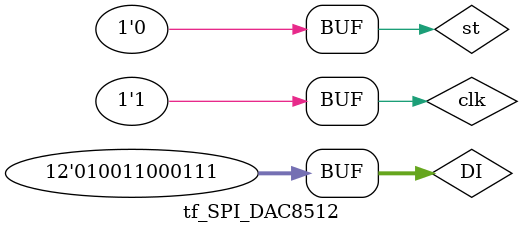
<source format=v>
`timescale 1ns / 1ps


module tf_SPI_DAC8512;

	// Inputs
	reg st;
	reg clk;
	reg [11:0] DI;

	// Outputs
	wire SDAT;
	wire SCLK;
	wire NCS;
	wire NLD;
	wire ce;
	wire [3:0] cb_bit;

	// Instantiate the Unit Under Test (UUT)
	SPI_DAC8512 uut (
		.SDAT(SDAT), 
		.st(st), 
		.SCLK(SCLK), 
		.clk(clk), 
		.NCS(NCS), 
		.DI(DI), 
		.NLD(NLD), 
		.ce(ce), 
		.cb_bit(cb_bit)
	);


parameter Tclk = 20;
always begin clk=0 ; #(Tclk/2) clk=1; #(Tclk/2) ; end

	initial begin
		// Initialize Inputs
		st = 0;
		clk = 0;
		DI = 0;

		// Wait 100 ns for global reset to finish
		#100;
		
		DI = 12'b010011000111;
      #20;
		st = 1;
		#20;
		st = 0;
		//#1000;
		//st = 1;
		//#20;
		//st = 0;

	end
      
endmodule


</source>
